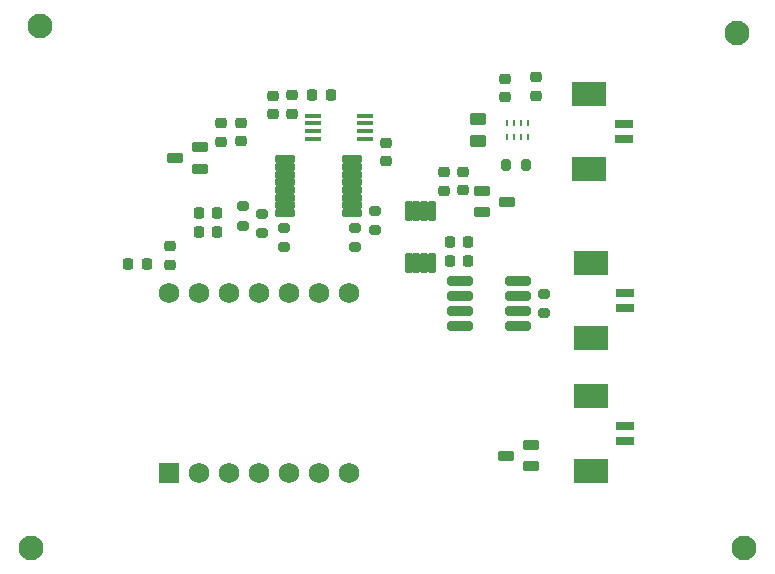
<source format=gbr>
%TF.GenerationSoftware,KiCad,Pcbnew,7.0.8*%
%TF.CreationDate,2024-08-03T17:37:37-04:00*%
%TF.ProjectId,wsg1.0,77736731-2e30-42e6-9b69-6361645f7063,rev?*%
%TF.SameCoordinates,Original*%
%TF.FileFunction,Soldermask,Top*%
%TF.FilePolarity,Negative*%
%FSLAX46Y46*%
G04 Gerber Fmt 4.6, Leading zero omitted, Abs format (unit mm)*
G04 Created by KiCad (PCBNEW 7.0.8) date 2024-08-03 17:37:37*
%MOMM*%
%LPD*%
G01*
G04 APERTURE LIST*
G04 Aperture macros list*
%AMRoundRect*
0 Rectangle with rounded corners*
0 $1 Rounding radius*
0 $2 $3 $4 $5 $6 $7 $8 $9 X,Y pos of 4 corners*
0 Add a 4 corners polygon primitive as box body*
4,1,4,$2,$3,$4,$5,$6,$7,$8,$9,$2,$3,0*
0 Add four circle primitives for the rounded corners*
1,1,$1+$1,$2,$3*
1,1,$1+$1,$4,$5*
1,1,$1+$1,$6,$7*
1,1,$1+$1,$8,$9*
0 Add four rect primitives between the rounded corners*
20,1,$1+$1,$2,$3,$4,$5,0*
20,1,$1+$1,$4,$5,$6,$7,0*
20,1,$1+$1,$6,$7,$8,$9,0*
20,1,$1+$1,$8,$9,$2,$3,0*%
G04 Aperture macros list end*
%ADD10RoundRect,0.225000X-0.225000X-0.250000X0.225000X-0.250000X0.225000X0.250000X-0.225000X0.250000X0*%
%ADD11RoundRect,0.200000X-0.275000X0.200000X-0.275000X-0.200000X0.275000X-0.200000X0.275000X0.200000X0*%
%ADD12RoundRect,0.225000X0.250000X-0.225000X0.250000X0.225000X-0.250000X0.225000X-0.250000X-0.225000X0*%
%ADD13RoundRect,0.225000X-0.250000X0.225000X-0.250000X-0.225000X0.250000X-0.225000X0.250000X0.225000X0*%
%ADD14R,0.260000X0.530000*%
%ADD15RoundRect,0.102000X0.545000X0.305000X-0.545000X0.305000X-0.545000X-0.305000X0.545000X-0.305000X0*%
%ADD16R,1.600000X0.800000*%
%ADD17R,3.000000X2.100000*%
%ADD18RoundRect,0.218750X0.218750X0.256250X-0.218750X0.256250X-0.218750X-0.256250X0.218750X-0.256250X0*%
%ADD19C,2.100000*%
%ADD20RoundRect,0.102000X-0.545000X-0.305000X0.545000X-0.305000X0.545000X0.305000X-0.545000X0.305000X0*%
%ADD21RoundRect,0.153250X0.733750X0.153750X-0.733750X0.153750X-0.733750X-0.153750X0.733750X-0.153750X0*%
%ADD22RoundRect,0.250000X-0.450000X0.262500X-0.450000X-0.262500X0.450000X-0.262500X0.450000X0.262500X0*%
%ADD23RoundRect,0.102000X-0.215900X0.749300X-0.215900X-0.749300X0.215900X-0.749300X0.215900X0.749300X0*%
%ADD24RoundRect,0.200000X-0.200000X-0.275000X0.200000X-0.275000X0.200000X0.275000X-0.200000X0.275000X0*%
%ADD25RoundRect,0.225000X0.225000X0.250000X-0.225000X0.250000X-0.225000X-0.250000X0.225000X-0.250000X0*%
%ADD26RoundRect,0.102000X0.765000X-0.765000X0.765000X0.765000X-0.765000X0.765000X-0.765000X-0.765000X0*%
%ADD27C,1.734000*%
%ADD28RoundRect,0.200000X0.275000X-0.200000X0.275000X0.200000X-0.275000X0.200000X-0.275000X-0.200000X0*%
%ADD29RoundRect,0.177000X0.910000X0.225000X-0.910000X0.225000X-0.910000X-0.225000X0.910000X-0.225000X0*%
%ADD30R,1.400000X0.450000*%
%ADD31RoundRect,0.218750X0.256250X-0.218750X0.256250X0.218750X-0.256250X0.218750X-0.256250X-0.218750X0*%
G04 APERTURE END LIST*
D10*
%TO.C,C12*%
X120445000Y-117460000D03*
X121995000Y-117460000D03*
%TD*%
D11*
%TO.C,R3*%
X102940000Y-112835000D03*
X102940000Y-114485000D03*
%TD*%
D12*
%TO.C,C10*%
X107080000Y-105015000D03*
X107080000Y-103465000D03*
%TD*%
%TO.C,C2*%
X125090000Y-103590000D03*
X125090000Y-102040000D03*
%TD*%
D13*
%TO.C,C1*%
X127720000Y-101940000D03*
X127720000Y-103490000D03*
%TD*%
D10*
%TO.C,C11*%
X120425000Y-115870000D03*
X121975000Y-115870000D03*
%TD*%
D12*
%TO.C,C14*%
X121537500Y-111505000D03*
X121537500Y-109955000D03*
%TD*%
D11*
%TO.C,R7*%
X114100000Y-113240000D03*
X114100000Y-114890000D03*
%TD*%
%TO.C,R5*%
X112430000Y-114675000D03*
X112430000Y-116325000D03*
%TD*%
D14*
%TO.C,BConv1*%
X127100000Y-105800000D03*
X126500000Y-105800000D03*
X125900000Y-105800000D03*
X125300000Y-105800000D03*
X125300000Y-107000000D03*
X125900000Y-107000000D03*
X126500000Y-107000000D03*
X127100000Y-107000000D03*
%TD*%
D15*
%TO.C,LinReg1*%
X99295000Y-109695000D03*
X99295000Y-107865000D03*
X97155000Y-108780000D03*
%TD*%
D16*
%TO.C,J3*%
X135280000Y-120200000D03*
X135280000Y-121450000D03*
D17*
X132380000Y-117650000D03*
X132380000Y-124000000D03*
%TD*%
D18*
%TO.C,TVS1*%
X94807500Y-117760000D03*
X93232500Y-117760000D03*
%TD*%
D19*
%TO.C,REF\u002A\u002A*%
X145370000Y-141770000D03*
%TD*%
D16*
%TO.C,J1*%
X135150000Y-105870000D03*
X135150000Y-107120000D03*
D17*
X132250000Y-103320000D03*
X132250000Y-109670000D03*
%TD*%
D20*
%TO.C,LinReg3*%
X123177500Y-111540000D03*
X123177500Y-113370000D03*
X125317500Y-112455000D03*
%TD*%
D21*
%TO.C,U1*%
X112190000Y-113415000D03*
X112190000Y-112765000D03*
X112190000Y-112115000D03*
X112190000Y-111465000D03*
X112190000Y-110815000D03*
X112190000Y-110165000D03*
X112190000Y-109515000D03*
X112190000Y-108865000D03*
X106450000Y-108865000D03*
X106450000Y-109515000D03*
X106450000Y-110165000D03*
X106450000Y-110815000D03*
X106450000Y-111465000D03*
X106450000Y-112115000D03*
X106450000Y-112765000D03*
X106450000Y-113415000D03*
%TD*%
D11*
%TO.C,R4*%
X104540000Y-113490000D03*
X104540000Y-115140000D03*
%TD*%
D12*
%TO.C,C5*%
X115080000Y-109005000D03*
X115080000Y-107455000D03*
%TD*%
D22*
%TO.C,R1*%
X122830000Y-105457500D03*
X122830000Y-107282500D03*
%TD*%
D19*
%TO.C,REF\u002A\u002A*%
X85710000Y-97550000D03*
%TD*%
D12*
%TO.C,C7*%
X102750000Y-107360000D03*
X102750000Y-105810000D03*
%TD*%
D11*
%TO.C,R6*%
X106380000Y-114675000D03*
X106380000Y-116325000D03*
%TD*%
D19*
%TO.C,REF\u002A\u002A*%
X84970000Y-141770000D03*
%TD*%
D23*
%TO.C,DAC1*%
X118895200Y-113265600D03*
X118260200Y-113265600D03*
X117599800Y-113265600D03*
X116964800Y-113265600D03*
X116964800Y-117634400D03*
X117599800Y-117634400D03*
X118260200Y-117634400D03*
X118895200Y-117634400D03*
%TD*%
D12*
%TO.C,C8*%
X101040000Y-107370000D03*
X101040000Y-105820000D03*
%TD*%
D19*
%TO.C,REF\u002A\u002A*%
X144760000Y-98170000D03*
%TD*%
D16*
%TO.C,J2*%
X135260000Y-131490000D03*
X135260000Y-132740000D03*
D17*
X132360000Y-128940000D03*
X132360000Y-135290000D03*
%TD*%
D24*
%TO.C,R2*%
X125220000Y-109370000D03*
X126870000Y-109370000D03*
%TD*%
D25*
%TO.C,C4*%
X100765000Y-113390000D03*
X99215000Y-113390000D03*
%TD*%
D15*
%TO.C,LinReg2*%
X127340000Y-134875000D03*
X127340000Y-133045000D03*
X125200000Y-133960000D03*
%TD*%
D26*
%TO.C,U2*%
X96680000Y-135427500D03*
D27*
X99220000Y-135427500D03*
X101760000Y-135427500D03*
X104300000Y-135427500D03*
X106840000Y-135427500D03*
X109380000Y-135427500D03*
X111920000Y-135427500D03*
X111920000Y-120187500D03*
X109380000Y-120187500D03*
X106840000Y-120187500D03*
X104300000Y-120187500D03*
X101760000Y-120187500D03*
X99220000Y-120187500D03*
X96680000Y-120187500D03*
%TD*%
D28*
%TO.C,R8*%
X128380000Y-121915000D03*
X128380000Y-120265000D03*
%TD*%
D29*
%TO.C,InstrAmp1*%
X126250000Y-122975000D03*
X126250000Y-121705000D03*
X126250000Y-120435000D03*
X126250000Y-119165000D03*
X121310000Y-119165000D03*
X121310000Y-120435000D03*
X121310000Y-121705000D03*
X121310000Y-122975000D03*
%TD*%
D25*
%TO.C,C3*%
X100765000Y-115000000D03*
X99215000Y-115000000D03*
%TD*%
D12*
%TO.C,C13*%
X119957500Y-111510000D03*
X119957500Y-109960000D03*
%TD*%
D25*
%TO.C,C6*%
X110345000Y-103465000D03*
X108795000Y-103465000D03*
%TD*%
D12*
%TO.C,C9*%
X105510000Y-105025000D03*
X105510000Y-103475000D03*
%TD*%
D30*
%TO.C,Vref1*%
X113290000Y-107115000D03*
X113290000Y-106465000D03*
X113290000Y-105815000D03*
X113290000Y-105165000D03*
X108890000Y-105165000D03*
X108890000Y-105815000D03*
X108890000Y-106465000D03*
X108890000Y-107115000D03*
%TD*%
D31*
%TO.C,D8*%
X96710000Y-117777500D03*
X96710000Y-116202500D03*
%TD*%
M02*

</source>
